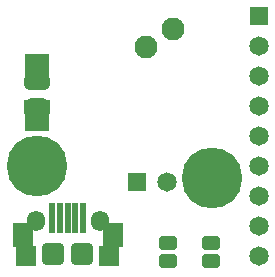
<source format=gbs>
G04*
G04 #@! TF.GenerationSoftware,Altium Limited,CircuitStudio,1.5.2 (30)*
G04*
G04 Layer_Color=8150272*
%FSLAX25Y25*%
%MOIN*%
G70*
G01*
G75*
G04:AMPARAMS|DCode=63|XSize=60.63mil|YSize=48.82mil|CornerRadius=13.58mil|HoleSize=0mil|Usage=FLASHONLY|Rotation=180.000|XOffset=0mil|YOffset=0mil|HoleType=Round|Shape=RoundedRectangle|*
%AMROUNDEDRECTD63*
21,1,0.06063,0.02165,0,0,180.0*
21,1,0.03347,0.04882,0,0,180.0*
1,1,0.02717,-0.01673,0.01083*
1,1,0.02717,0.01673,0.01083*
1,1,0.02717,0.01673,-0.01083*
1,1,0.02717,-0.01673,-0.01083*
%
%ADD63ROUNDEDRECTD63*%
%ADD65R,0.02126X0.10000*%
%ADD76R,0.06850X0.06850*%
%ADD77O,0.06063X0.06850*%
G04:AMPARAMS|DCode=78|XSize=76.38mil|YSize=76.38mil|CornerRadius=20.47mil|HoleSize=0mil|Usage=FLASHONLY|Rotation=180.000|XOffset=0mil|YOffset=0mil|HoleType=Round|Shape=RoundedRectangle|*
%AMROUNDEDRECTD78*
21,1,0.07638,0.03543,0,0,180.0*
21,1,0.03543,0.07638,0,0,180.0*
1,1,0.04095,-0.01772,0.01772*
1,1,0.04095,0.01772,0.01772*
1,1,0.04095,0.01772,-0.01772*
1,1,0.04095,-0.01772,-0.01772*
%
%ADD78ROUNDEDRECTD78*%
%ADD79R,0.06850X0.08425*%
%ADD80C,0.00551*%
%ADD81C,0.20236*%
%ADD82R,0.08425X0.10000*%
G04:AMPARAMS|DCode=83|XSize=52.76mil|YSize=84.25mil|CornerRadius=14.57mil|HoleSize=0mil|Usage=FLASHONLY|Rotation=270.000|XOffset=0mil|YOffset=0mil|HoleType=Round|Shape=RoundedRectangle|*
%AMROUNDEDRECTD83*
21,1,0.05276,0.05512,0,0,270.0*
21,1,0.02362,0.08425,0,0,270.0*
1,1,0.02913,-0.02756,-0.01181*
1,1,0.02913,-0.02756,0.01181*
1,1,0.02913,0.02756,0.01181*
1,1,0.02913,0.02756,-0.01181*
%
%ADD83ROUNDEDRECTD83*%
%ADD84O,0.08425X0.05276*%
%ADD85R,0.08425X0.08425*%
%ADD86C,0.06457*%
%ADD87R,0.06457X0.06457*%
%ADD88R,0.06457X0.06457*%
%ADD89C,0.03950*%
%ADD90C,0.07638*%
G36*
X16142Y52756D02*
X7480D01*
Y57480D01*
X16142D01*
X16142Y52756D01*
D02*
G37*
D63*
X69685Y9843D02*
D03*
Y3937D02*
D03*
X55512D02*
D03*
Y9843D02*
D03*
D65*
X19488Y18110D02*
D03*
X22047D02*
D03*
X24606D02*
D03*
X16929D02*
D03*
X27165D02*
D03*
D76*
X35827Y5512D02*
D03*
X8268D02*
D03*
D77*
X11417Y17323D02*
D03*
X32677D02*
D03*
D78*
X17323Y6299D02*
D03*
X26772D02*
D03*
D79*
X7087Y12598D02*
D03*
X37008D02*
D03*
D80*
X11417Y83858D02*
D03*
D81*
X70079Y31496D02*
D03*
X11811Y35433D02*
D03*
D82*
Y67716D02*
D03*
D83*
Y63386D02*
D03*
D84*
Y55512D02*
D03*
D85*
Y51181D02*
D03*
D86*
X55276Y30315D02*
D03*
X85827Y65433D02*
D03*
Y55433D02*
D03*
Y45433D02*
D03*
Y35433D02*
D03*
Y25433D02*
D03*
Y15433D02*
D03*
Y5433D02*
D03*
Y75433D02*
D03*
D87*
X45276Y30315D02*
D03*
D88*
X85827Y85433D02*
D03*
D89*
X55512Y9843D02*
D03*
Y3937D02*
D03*
X69685D02*
D03*
Y9843D02*
D03*
D90*
X57087Y81102D02*
D03*
X48031Y75197D02*
D03*
M02*

</source>
